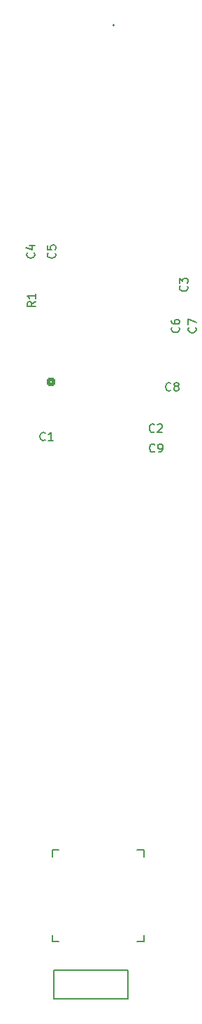
<source format=gbr>
%TF.GenerationSoftware,KiCad,Pcbnew,8.0.6*%
%TF.CreationDate,2025-11-06T23:07:29+09:00*%
%TF.ProjectId,tstick,74737469-636b-42e6-9b69-6361645f7063,rev?*%
%TF.SameCoordinates,Original*%
%TF.FileFunction,Legend,Top*%
%TF.FilePolarity,Positive*%
%FSLAX46Y46*%
G04 Gerber Fmt 4.6, Leading zero omitted, Abs format (unit mm)*
G04 Created by KiCad (PCBNEW 8.0.6) date 2025-11-06 23:07:29*
%MOMM*%
%LPD*%
G01*
G04 APERTURE LIST*
G04 Aperture macros list*
%AMRoundRect*
0 Rectangle with rounded corners*
0 $1 Rounding radius*
0 $2 $3 $4 $5 $6 $7 $8 $9 X,Y pos of 4 corners*
0 Add a 4 corners polygon primitive as box body*
4,1,4,$2,$3,$4,$5,$6,$7,$8,$9,$2,$3,0*
0 Add four circle primitives for the rounded corners*
1,1,$1+$1,$2,$3*
1,1,$1+$1,$4,$5*
1,1,$1+$1,$6,$7*
1,1,$1+$1,$8,$9*
0 Add four rect primitives between the rounded corners*
20,1,$1+$1,$2,$3,$4,$5,0*
20,1,$1+$1,$4,$5,$6,$7,0*
20,1,$1+$1,$6,$7,$8,$9,0*
20,1,$1+$1,$8,$9,$2,$3,0*%
G04 Aperture macros list end*
%ADD10C,0.150000*%
%ADD11C,0.127000*%
%ADD12R,1.397000X1.397000*%
%ADD13C,1.397000*%
%ADD14O,1.300000X1.000000*%
%ADD15C,2.000000*%
%ADD16R,3.200000X2.500000*%
%ADD17C,2.200000*%
%ADD18O,2.750000X1.800000*%
%ADD19C,1.500000*%
%ADD20C,1.700000*%
%ADD21C,3.000000*%
%ADD22C,4.800000*%
%ADD23C,1.000000*%
%ADD24RoundRect,0.250000X0.300000X-0.300000X0.300000X0.300000X-0.300000X0.300000X-0.300000X-0.300000X0*%
%ADD25C,1.100000*%
G04 APERTURE END LIST*
D10*
X106867633Y-104189180D02*
X106820014Y-104236800D01*
X106820014Y-104236800D02*
X106677157Y-104284419D01*
X106677157Y-104284419D02*
X106581919Y-104284419D01*
X106581919Y-104284419D02*
X106439062Y-104236800D01*
X106439062Y-104236800D02*
X106343824Y-104141561D01*
X106343824Y-104141561D02*
X106296205Y-104046323D01*
X106296205Y-104046323D02*
X106248586Y-103855847D01*
X106248586Y-103855847D02*
X106248586Y-103712990D01*
X106248586Y-103712990D02*
X106296205Y-103522514D01*
X106296205Y-103522514D02*
X106343824Y-103427276D01*
X106343824Y-103427276D02*
X106439062Y-103332038D01*
X106439062Y-103332038D02*
X106581919Y-103284419D01*
X106581919Y-103284419D02*
X106677157Y-103284419D01*
X106677157Y-103284419D02*
X106820014Y-103332038D01*
X106820014Y-103332038D02*
X106867633Y-103379657D01*
X107343824Y-104284419D02*
X107534300Y-104284419D01*
X107534300Y-104284419D02*
X107629538Y-104236800D01*
X107629538Y-104236800D02*
X107677157Y-104189180D01*
X107677157Y-104189180D02*
X107772395Y-104046323D01*
X107772395Y-104046323D02*
X107820014Y-103855847D01*
X107820014Y-103855847D02*
X107820014Y-103474895D01*
X107820014Y-103474895D02*
X107772395Y-103379657D01*
X107772395Y-103379657D02*
X107724776Y-103332038D01*
X107724776Y-103332038D02*
X107629538Y-103284419D01*
X107629538Y-103284419D02*
X107439062Y-103284419D01*
X107439062Y-103284419D02*
X107343824Y-103332038D01*
X107343824Y-103332038D02*
X107296205Y-103379657D01*
X107296205Y-103379657D02*
X107248586Y-103474895D01*
X107248586Y-103474895D02*
X107248586Y-103712990D01*
X107248586Y-103712990D02*
X107296205Y-103808228D01*
X107296205Y-103808228D02*
X107343824Y-103855847D01*
X107343824Y-103855847D02*
X107439062Y-103903466D01*
X107439062Y-103903466D02*
X107629538Y-103903466D01*
X107629538Y-103903466D02*
X107724776Y-103855847D01*
X107724776Y-103855847D02*
X107772395Y-103808228D01*
X107772395Y-103808228D02*
X107820014Y-103712990D01*
X111833480Y-89195766D02*
X111881100Y-89243385D01*
X111881100Y-89243385D02*
X111928719Y-89386242D01*
X111928719Y-89386242D02*
X111928719Y-89481480D01*
X111928719Y-89481480D02*
X111881100Y-89624337D01*
X111881100Y-89624337D02*
X111785861Y-89719575D01*
X111785861Y-89719575D02*
X111690623Y-89767194D01*
X111690623Y-89767194D02*
X111500147Y-89814813D01*
X111500147Y-89814813D02*
X111357290Y-89814813D01*
X111357290Y-89814813D02*
X111166814Y-89767194D01*
X111166814Y-89767194D02*
X111071576Y-89719575D01*
X111071576Y-89719575D02*
X110976338Y-89624337D01*
X110976338Y-89624337D02*
X110928719Y-89481480D01*
X110928719Y-89481480D02*
X110928719Y-89386242D01*
X110928719Y-89386242D02*
X110976338Y-89243385D01*
X110976338Y-89243385D02*
X111023957Y-89195766D01*
X110928719Y-88862432D02*
X110928719Y-88195766D01*
X110928719Y-88195766D02*
X111928719Y-88624337D01*
X94789580Y-80166666D02*
X94837200Y-80214285D01*
X94837200Y-80214285D02*
X94884819Y-80357142D01*
X94884819Y-80357142D02*
X94884819Y-80452380D01*
X94884819Y-80452380D02*
X94837200Y-80595237D01*
X94837200Y-80595237D02*
X94741961Y-80690475D01*
X94741961Y-80690475D02*
X94646723Y-80738094D01*
X94646723Y-80738094D02*
X94456247Y-80785713D01*
X94456247Y-80785713D02*
X94313390Y-80785713D01*
X94313390Y-80785713D02*
X94122914Y-80738094D01*
X94122914Y-80738094D02*
X94027676Y-80690475D01*
X94027676Y-80690475D02*
X93932438Y-80595237D01*
X93932438Y-80595237D02*
X93884819Y-80452380D01*
X93884819Y-80452380D02*
X93884819Y-80357142D01*
X93884819Y-80357142D02*
X93932438Y-80214285D01*
X93932438Y-80214285D02*
X93980057Y-80166666D01*
X93884819Y-79261904D02*
X93884819Y-79738094D01*
X93884819Y-79738094D02*
X94361009Y-79785713D01*
X94361009Y-79785713D02*
X94313390Y-79738094D01*
X94313390Y-79738094D02*
X94265771Y-79642856D01*
X94265771Y-79642856D02*
X94265771Y-79404761D01*
X94265771Y-79404761D02*
X94313390Y-79309523D01*
X94313390Y-79309523D02*
X94361009Y-79261904D01*
X94361009Y-79261904D02*
X94456247Y-79214285D01*
X94456247Y-79214285D02*
X94694342Y-79214285D01*
X94694342Y-79214285D02*
X94789580Y-79261904D01*
X94789580Y-79261904D02*
X94837200Y-79309523D01*
X94837200Y-79309523D02*
X94884819Y-79404761D01*
X94884819Y-79404761D02*
X94884819Y-79642856D01*
X94884819Y-79642856D02*
X94837200Y-79738094D01*
X94837200Y-79738094D02*
X94789580Y-79785713D01*
X108833333Y-96789580D02*
X108785714Y-96837200D01*
X108785714Y-96837200D02*
X108642857Y-96884819D01*
X108642857Y-96884819D02*
X108547619Y-96884819D01*
X108547619Y-96884819D02*
X108404762Y-96837200D01*
X108404762Y-96837200D02*
X108309524Y-96741961D01*
X108309524Y-96741961D02*
X108261905Y-96646723D01*
X108261905Y-96646723D02*
X108214286Y-96456247D01*
X108214286Y-96456247D02*
X108214286Y-96313390D01*
X108214286Y-96313390D02*
X108261905Y-96122914D01*
X108261905Y-96122914D02*
X108309524Y-96027676D01*
X108309524Y-96027676D02*
X108404762Y-95932438D01*
X108404762Y-95932438D02*
X108547619Y-95884819D01*
X108547619Y-95884819D02*
X108642857Y-95884819D01*
X108642857Y-95884819D02*
X108785714Y-95932438D01*
X108785714Y-95932438D02*
X108833333Y-95980057D01*
X109404762Y-96313390D02*
X109309524Y-96265771D01*
X109309524Y-96265771D02*
X109261905Y-96218152D01*
X109261905Y-96218152D02*
X109214286Y-96122914D01*
X109214286Y-96122914D02*
X109214286Y-96075295D01*
X109214286Y-96075295D02*
X109261905Y-95980057D01*
X109261905Y-95980057D02*
X109309524Y-95932438D01*
X109309524Y-95932438D02*
X109404762Y-95884819D01*
X109404762Y-95884819D02*
X109595238Y-95884819D01*
X109595238Y-95884819D02*
X109690476Y-95932438D01*
X109690476Y-95932438D02*
X109738095Y-95980057D01*
X109738095Y-95980057D02*
X109785714Y-96075295D01*
X109785714Y-96075295D02*
X109785714Y-96122914D01*
X109785714Y-96122914D02*
X109738095Y-96218152D01*
X109738095Y-96218152D02*
X109690476Y-96265771D01*
X109690476Y-96265771D02*
X109595238Y-96313390D01*
X109595238Y-96313390D02*
X109404762Y-96313390D01*
X109404762Y-96313390D02*
X109309524Y-96361009D01*
X109309524Y-96361009D02*
X109261905Y-96408628D01*
X109261905Y-96408628D02*
X109214286Y-96503866D01*
X109214286Y-96503866D02*
X109214286Y-96694342D01*
X109214286Y-96694342D02*
X109261905Y-96789580D01*
X109261905Y-96789580D02*
X109309524Y-96837200D01*
X109309524Y-96837200D02*
X109404762Y-96884819D01*
X109404762Y-96884819D02*
X109595238Y-96884819D01*
X109595238Y-96884819D02*
X109690476Y-96837200D01*
X109690476Y-96837200D02*
X109738095Y-96789580D01*
X109738095Y-96789580D02*
X109785714Y-96694342D01*
X109785714Y-96694342D02*
X109785714Y-96503866D01*
X109785714Y-96503866D02*
X109738095Y-96408628D01*
X109738095Y-96408628D02*
X109690476Y-96361009D01*
X109690476Y-96361009D02*
X109595238Y-96313390D01*
X92432419Y-86065466D02*
X91956228Y-86398799D01*
X92432419Y-86636894D02*
X91432419Y-86636894D01*
X91432419Y-86636894D02*
X91432419Y-86255942D01*
X91432419Y-86255942D02*
X91480038Y-86160704D01*
X91480038Y-86160704D02*
X91527657Y-86113085D01*
X91527657Y-86113085D02*
X91622895Y-86065466D01*
X91622895Y-86065466D02*
X91765752Y-86065466D01*
X91765752Y-86065466D02*
X91860990Y-86113085D01*
X91860990Y-86113085D02*
X91908609Y-86160704D01*
X91908609Y-86160704D02*
X91956228Y-86255942D01*
X91956228Y-86255942D02*
X91956228Y-86636894D01*
X92432419Y-85113085D02*
X92432419Y-85684513D01*
X92432419Y-85398799D02*
X91432419Y-85398799D01*
X91432419Y-85398799D02*
X91575276Y-85494037D01*
X91575276Y-85494037D02*
X91670514Y-85589275D01*
X91670514Y-85589275D02*
X91718133Y-85684513D01*
X106833333Y-101789580D02*
X106785714Y-101837200D01*
X106785714Y-101837200D02*
X106642857Y-101884819D01*
X106642857Y-101884819D02*
X106547619Y-101884819D01*
X106547619Y-101884819D02*
X106404762Y-101837200D01*
X106404762Y-101837200D02*
X106309524Y-101741961D01*
X106309524Y-101741961D02*
X106261905Y-101646723D01*
X106261905Y-101646723D02*
X106214286Y-101456247D01*
X106214286Y-101456247D02*
X106214286Y-101313390D01*
X106214286Y-101313390D02*
X106261905Y-101122914D01*
X106261905Y-101122914D02*
X106309524Y-101027676D01*
X106309524Y-101027676D02*
X106404762Y-100932438D01*
X106404762Y-100932438D02*
X106547619Y-100884819D01*
X106547619Y-100884819D02*
X106642857Y-100884819D01*
X106642857Y-100884819D02*
X106785714Y-100932438D01*
X106785714Y-100932438D02*
X106833333Y-100980057D01*
X107214286Y-100980057D02*
X107261905Y-100932438D01*
X107261905Y-100932438D02*
X107357143Y-100884819D01*
X107357143Y-100884819D02*
X107595238Y-100884819D01*
X107595238Y-100884819D02*
X107690476Y-100932438D01*
X107690476Y-100932438D02*
X107738095Y-100980057D01*
X107738095Y-100980057D02*
X107785714Y-101075295D01*
X107785714Y-101075295D02*
X107785714Y-101170533D01*
X107785714Y-101170533D02*
X107738095Y-101313390D01*
X107738095Y-101313390D02*
X107166667Y-101884819D01*
X107166667Y-101884819D02*
X107785714Y-101884819D01*
X93608333Y-102789580D02*
X93560714Y-102837200D01*
X93560714Y-102837200D02*
X93417857Y-102884819D01*
X93417857Y-102884819D02*
X93322619Y-102884819D01*
X93322619Y-102884819D02*
X93179762Y-102837200D01*
X93179762Y-102837200D02*
X93084524Y-102741961D01*
X93084524Y-102741961D02*
X93036905Y-102646723D01*
X93036905Y-102646723D02*
X92989286Y-102456247D01*
X92989286Y-102456247D02*
X92989286Y-102313390D01*
X92989286Y-102313390D02*
X93036905Y-102122914D01*
X93036905Y-102122914D02*
X93084524Y-102027676D01*
X93084524Y-102027676D02*
X93179762Y-101932438D01*
X93179762Y-101932438D02*
X93322619Y-101884819D01*
X93322619Y-101884819D02*
X93417857Y-101884819D01*
X93417857Y-101884819D02*
X93560714Y-101932438D01*
X93560714Y-101932438D02*
X93608333Y-101980057D01*
X94560714Y-102884819D02*
X93989286Y-102884819D01*
X94275000Y-102884819D02*
X94275000Y-101884819D01*
X94275000Y-101884819D02*
X94179762Y-102027676D01*
X94179762Y-102027676D02*
X94084524Y-102122914D01*
X94084524Y-102122914D02*
X93989286Y-102170533D01*
X109789580Y-89166666D02*
X109837200Y-89214285D01*
X109837200Y-89214285D02*
X109884819Y-89357142D01*
X109884819Y-89357142D02*
X109884819Y-89452380D01*
X109884819Y-89452380D02*
X109837200Y-89595237D01*
X109837200Y-89595237D02*
X109741961Y-89690475D01*
X109741961Y-89690475D02*
X109646723Y-89738094D01*
X109646723Y-89738094D02*
X109456247Y-89785713D01*
X109456247Y-89785713D02*
X109313390Y-89785713D01*
X109313390Y-89785713D02*
X109122914Y-89738094D01*
X109122914Y-89738094D02*
X109027676Y-89690475D01*
X109027676Y-89690475D02*
X108932438Y-89595237D01*
X108932438Y-89595237D02*
X108884819Y-89452380D01*
X108884819Y-89452380D02*
X108884819Y-89357142D01*
X108884819Y-89357142D02*
X108932438Y-89214285D01*
X108932438Y-89214285D02*
X108980057Y-89166666D01*
X108884819Y-88309523D02*
X108884819Y-88499999D01*
X108884819Y-88499999D02*
X108932438Y-88595237D01*
X108932438Y-88595237D02*
X108980057Y-88642856D01*
X108980057Y-88642856D02*
X109122914Y-88738094D01*
X109122914Y-88738094D02*
X109313390Y-88785713D01*
X109313390Y-88785713D02*
X109694342Y-88785713D01*
X109694342Y-88785713D02*
X109789580Y-88738094D01*
X109789580Y-88738094D02*
X109837200Y-88690475D01*
X109837200Y-88690475D02*
X109884819Y-88595237D01*
X109884819Y-88595237D02*
X109884819Y-88404761D01*
X109884819Y-88404761D02*
X109837200Y-88309523D01*
X109837200Y-88309523D02*
X109789580Y-88261904D01*
X109789580Y-88261904D02*
X109694342Y-88214285D01*
X109694342Y-88214285D02*
X109456247Y-88214285D01*
X109456247Y-88214285D02*
X109361009Y-88261904D01*
X109361009Y-88261904D02*
X109313390Y-88309523D01*
X109313390Y-88309523D02*
X109265771Y-88404761D01*
X109265771Y-88404761D02*
X109265771Y-88595237D01*
X109265771Y-88595237D02*
X109313390Y-88690475D01*
X109313390Y-88690475D02*
X109361009Y-88738094D01*
X109361009Y-88738094D02*
X109456247Y-88785713D01*
X110789580Y-84166666D02*
X110837200Y-84214285D01*
X110837200Y-84214285D02*
X110884819Y-84357142D01*
X110884819Y-84357142D02*
X110884819Y-84452380D01*
X110884819Y-84452380D02*
X110837200Y-84595237D01*
X110837200Y-84595237D02*
X110741961Y-84690475D01*
X110741961Y-84690475D02*
X110646723Y-84738094D01*
X110646723Y-84738094D02*
X110456247Y-84785713D01*
X110456247Y-84785713D02*
X110313390Y-84785713D01*
X110313390Y-84785713D02*
X110122914Y-84738094D01*
X110122914Y-84738094D02*
X110027676Y-84690475D01*
X110027676Y-84690475D02*
X109932438Y-84595237D01*
X109932438Y-84595237D02*
X109884819Y-84452380D01*
X109884819Y-84452380D02*
X109884819Y-84357142D01*
X109884819Y-84357142D02*
X109932438Y-84214285D01*
X109932438Y-84214285D02*
X109980057Y-84166666D01*
X109884819Y-83833332D02*
X109884819Y-83214285D01*
X109884819Y-83214285D02*
X110265771Y-83547618D01*
X110265771Y-83547618D02*
X110265771Y-83404761D01*
X110265771Y-83404761D02*
X110313390Y-83309523D01*
X110313390Y-83309523D02*
X110361009Y-83261904D01*
X110361009Y-83261904D02*
X110456247Y-83214285D01*
X110456247Y-83214285D02*
X110694342Y-83214285D01*
X110694342Y-83214285D02*
X110789580Y-83261904D01*
X110789580Y-83261904D02*
X110837200Y-83309523D01*
X110837200Y-83309523D02*
X110884819Y-83404761D01*
X110884819Y-83404761D02*
X110884819Y-83690475D01*
X110884819Y-83690475D02*
X110837200Y-83785713D01*
X110837200Y-83785713D02*
X110789580Y-83833332D01*
X92256480Y-80152666D02*
X92304100Y-80200285D01*
X92304100Y-80200285D02*
X92351719Y-80343142D01*
X92351719Y-80343142D02*
X92351719Y-80438380D01*
X92351719Y-80438380D02*
X92304100Y-80581237D01*
X92304100Y-80581237D02*
X92208861Y-80676475D01*
X92208861Y-80676475D02*
X92113623Y-80724094D01*
X92113623Y-80724094D02*
X91923147Y-80771713D01*
X91923147Y-80771713D02*
X91780290Y-80771713D01*
X91780290Y-80771713D02*
X91589814Y-80724094D01*
X91589814Y-80724094D02*
X91494576Y-80676475D01*
X91494576Y-80676475D02*
X91399338Y-80581237D01*
X91399338Y-80581237D02*
X91351719Y-80438380D01*
X91351719Y-80438380D02*
X91351719Y-80343142D01*
X91351719Y-80343142D02*
X91399338Y-80200285D01*
X91399338Y-80200285D02*
X91446957Y-80152666D01*
X91685052Y-79295523D02*
X92351719Y-79295523D01*
X91304100Y-79533618D02*
X92018385Y-79771713D01*
X92018385Y-79771713D02*
X92018385Y-79152666D01*
%TO.C,BT1*%
D11*
X101963500Y-52600000D02*
G75*
G02*
X101836500Y-52600000I-63500J0D01*
G01*
X101836500Y-52600000D02*
G75*
G02*
X101963500Y-52600000I63500J0D01*
G01*
D10*
%TO.C,SW21*%
X94641563Y-166977176D02*
X103641563Y-166977176D01*
X94641563Y-170477176D02*
X94641563Y-166977176D01*
X103641563Y-166977176D02*
X103641563Y-170477176D01*
X103641563Y-170477176D02*
X94641563Y-170477176D01*
%TO.C,SW4*%
X94443750Y-152443750D02*
X94443750Y-153237500D01*
X94443750Y-162762500D02*
X94443750Y-163556250D01*
X94443750Y-163556250D02*
X95237500Y-163556250D01*
X95237500Y-152443750D02*
X94443750Y-152443750D01*
X104762500Y-152443750D02*
X105556250Y-152443750D01*
X104762500Y-163556250D02*
X105556250Y-163556250D01*
X105556250Y-152443750D02*
X105556250Y-153237500D01*
X105556250Y-163556250D02*
X105556250Y-162762500D01*
%TD*%
D12*
%TO.C,D1*%
X108000000Y-69190000D03*
D13*
X108000000Y-76810000D03*
%TD*%
D12*
%TO.C,D2*%
X89415000Y-128000000D03*
D13*
X97035000Y-128000000D03*
%TD*%
D12*
%TO.C,D3*%
X108000000Y-140190000D03*
D13*
X108000000Y-147810000D03*
%TD*%
%LPC*%
D14*
%TO.C,SW21*%
X101641563Y-167927176D03*
X99141563Y-167927176D03*
X96641563Y-167927176D03*
%TD*%
D15*
%TO.C,SW4*%
X92500000Y-155500000D03*
X92500000Y-160500000D03*
X92500000Y-158000000D03*
D16*
X100000000Y-152400000D03*
X100000000Y-163600000D03*
D15*
X107000000Y-160500000D03*
X107000000Y-155500000D03*
%TD*%
D12*
%TO.C,D1*%
X108000000Y-69190000D03*
D13*
X108000000Y-76810000D03*
%TD*%
D17*
%TO.C,Ref\u002A\u002A*%
X88645844Y-37775358D03*
%TD*%
D18*
%TO.C,U1*%
X91589400Y-39434700D03*
X91589400Y-41974700D03*
X91589400Y-44514700D03*
X91589400Y-47054700D03*
X91589400Y-49594700D03*
X91589400Y-52134700D03*
X91589400Y-54674700D03*
X107829400Y-54674700D03*
X107829400Y-52134700D03*
X107829400Y-49594700D03*
X107829400Y-47054700D03*
X107829400Y-44514700D03*
X107829400Y-41974700D03*
X107829400Y-39434700D03*
D19*
X103544800Y-56366700D03*
X105424400Y-56366700D03*
X95264400Y-46737700D03*
X95264400Y-44832700D03*
%TD*%
D20*
%TO.C,SW3*%
X94464200Y-141000000D03*
D15*
X94884200Y-141000000D03*
D21*
X94964200Y-144700000D03*
X96154200Y-138460000D03*
D22*
X99964200Y-141000000D03*
D21*
X99964200Y-146900000D03*
X102504200Y-135920000D03*
D23*
X104964200Y-135450000D03*
D15*
X105044200Y-141000000D03*
D20*
X105464200Y-141000000D03*
%TD*%
D17*
%TO.C,Ref\u002A\u002A*%
X89765600Y-168156779D03*
%TD*%
D12*
%TO.C,D2*%
X89415000Y-128000000D03*
D13*
X97035000Y-128000000D03*
%TD*%
D20*
%TO.C,SW2*%
X94485623Y-119831343D03*
D15*
X94905623Y-119831343D03*
D21*
X94985623Y-123531343D03*
X96175623Y-117291343D03*
D22*
X99985623Y-119831343D03*
D21*
X99985623Y-125731343D03*
X102525623Y-114751343D03*
D23*
X104985623Y-114281343D03*
D15*
X105065623Y-119831343D03*
D20*
X105485623Y-119831343D03*
%TD*%
D17*
%TO.C,Ref\u002A\u002A*%
X110400604Y-37675327D03*
%TD*%
D12*
%TO.C,D3*%
X108000000Y-140190000D03*
D13*
X108000000Y-147810000D03*
%TD*%
D20*
%TO.C,SW1*%
X94420000Y-69000000D03*
D15*
X94840000Y-69000000D03*
D21*
X94920000Y-72700000D03*
X96110000Y-66460000D03*
D22*
X99920000Y-69000000D03*
D21*
X99920000Y-74900000D03*
X102460000Y-63920000D03*
D23*
X104920000Y-63450000D03*
D15*
X105000000Y-69000000D03*
D20*
X105420000Y-69000000D03*
%TD*%
D17*
%TO.C,Ref\u002A\u002A*%
X109337922Y-168391178D03*
%TD*%
D24*
%TO.C,pmw3610*%
X94300000Y-95790000D03*
D25*
X94300000Y-94010000D03*
X94300000Y-92230000D03*
X94300000Y-90450000D03*
X94300000Y-88670000D03*
X94300000Y-86890000D03*
X94300000Y-85110000D03*
X94300000Y-83330000D03*
X105000000Y-82440000D03*
X105000000Y-84220000D03*
X105000000Y-86000000D03*
X105000000Y-87780000D03*
X105000000Y-89560000D03*
X105000000Y-91340000D03*
X105000000Y-93120000D03*
X105000000Y-94900000D03*
%TD*%
%LPD*%
M02*

</source>
